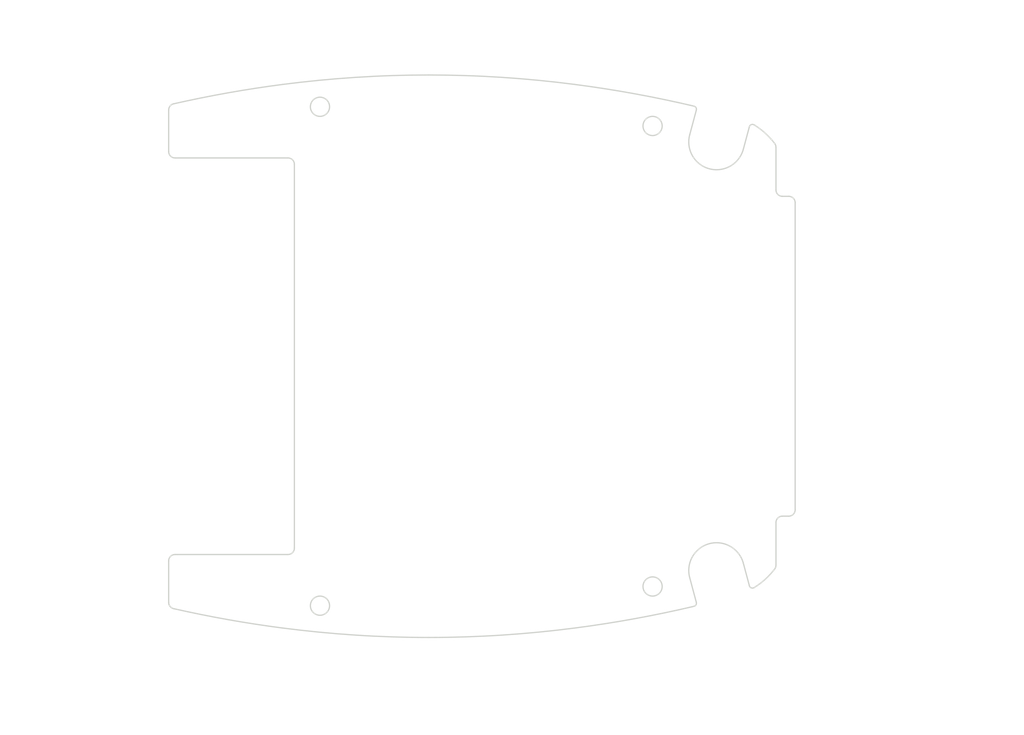
<source format=kicad_pcb>
(kicad_pcb (version 20171130) (host pcbnew "(5.1.0)-1")

  (general
    (thickness 1.6)
    (drawings 135)
    (tracks 0)
    (zones 0)
    (modules 0)
    (nets 1)
  )

  (page A4)
  (layers
    (0 F.Cu signal)
    (31 B.Cu signal)
    (32 B.Adhes user)
    (33 F.Adhes user)
    (34 B.Paste user)
    (35 F.Paste user)
    (36 B.SilkS user)
    (37 F.SilkS user)
    (38 B.Mask user)
    (39 F.Mask user)
    (40 Dwgs.User user)
    (41 Cmts.User user)
    (42 Eco1.User user)
    (43 Eco2.User user)
    (44 Edge.Cuts user)
    (45 Margin user)
    (46 B.CrtYd user)
    (47 F.CrtYd user)
    (48 B.Fab user)
    (49 F.Fab user)
  )

  (setup
    (last_trace_width 0.25)
    (trace_clearance 0.2)
    (zone_clearance 0.508)
    (zone_45_only no)
    (trace_min 0.2)
    (via_size 0.8)
    (via_drill 0.4)
    (via_min_size 0.4)
    (via_min_drill 0.3)
    (uvia_size 0.3)
    (uvia_drill 0.1)
    (uvias_allowed no)
    (uvia_min_size 0.2)
    (uvia_min_drill 0.1)
    (edge_width 0.05)
    (segment_width 0.2)
    (pcb_text_width 0.3)
    (pcb_text_size 1.5 1.5)
    (mod_edge_width 0.12)
    (mod_text_size 1 1)
    (mod_text_width 0.15)
    (pad_size 1.524 1.524)
    (pad_drill 0.762)
    (pad_to_mask_clearance 0.051)
    (solder_mask_min_width 0.25)
    (aux_axis_origin 0 0)
    (visible_elements FFFFFF7F)
    (pcbplotparams
      (layerselection 0x010fc_ffffffff)
      (usegerberextensions false)
      (usegerberattributes false)
      (usegerberadvancedattributes false)
      (creategerberjobfile false)
      (excludeedgelayer true)
      (linewidth 0.152400)
      (plotframeref false)
      (viasonmask false)
      (mode 1)
      (useauxorigin false)
      (hpglpennumber 1)
      (hpglpenspeed 20)
      (hpglpendiameter 15.000000)
      (psnegative false)
      (psa4output false)
      (plotreference true)
      (plotvalue true)
      (plotinvisibletext false)
      (padsonsilk false)
      (subtractmaskfromsilk false)
      (outputformat 1)
      (mirror false)
      (drillshape 1)
      (scaleselection 1)
      (outputdirectory ""))
  )

  (net 0 "")

  (net_class Default "This is the default net class."
    (clearance 0.2)
    (trace_width 0.25)
    (via_dia 0.8)
    (via_drill 0.4)
    (uvia_dia 0.3)
    (uvia_drill 0.1)
  )

  (gr_line (start 200.570953 72.430879) (end 201.570953 72.430879) (layer Edge.Cuts) (width 0.2))
  (gr_line (start 202.570953 73.430879) (end 202.570953 121.430879) (layer Edge.Cuts) (width 0.2))
  (gr_line (start 201.570953 122.430879) (end 200.570953 122.430879) (layer Edge.Cuts) (width 0.2))
  (gr_curve (pts (xy 199.518811 64.454035) (xy 199.553342 64.556738) (xy 199.570953 64.664374) (xy 199.570953 64.772727)) (layer Edge.Cuts) (width 0.2))
  (gr_curve (pts (xy 199.367825 64.168578) (xy 199.433286 64.254921) (xy 199.48428 64.351333) (xy 199.518811 64.454035)) (layer Edge.Cuts) (width 0.2))
  (gr_arc (start 200.570953 71.430879) (end 199.570953 71.430879) (angle -90) (layer Edge.Cuts) (width 0.2))
  (gr_arc (start 201.570953 73.430879) (end 202.570953 73.430879) (angle -90) (layer Edge.Cuts) (width 0.2))
  (gr_arc (start 201.570953 121.430879) (end 201.570953 122.430879) (angle -90) (layer Edge.Cuts) (width 0.2))
  (gr_arc (start 200.570953 123.430879) (end 200.570953 122.430879) (angle -90) (layer Edge.Cuts) (width 0.2))
  (gr_curve (pts (xy 199.518811 130.407724) (xy 199.48428 130.510427) (xy 199.433285 130.606839) (xy 199.367824 130.693182)) (layer Edge.Cuts) (width 0.2))
  (gr_curve (pts (xy 199.570953 130.089032) (xy 199.570953 130.197385) (xy 199.553342 130.305021) (xy 199.518811 130.407724)) (layer Edge.Cuts) (width 0.2))
  (gr_curve (pts (xy 122.435424 54.938238) (xy 130.01884 53.956726) (xy 137.633081 53.459794) (xy 145.279226 53.459794)) (layer Edge.Cuts) (width 0.2))
  (gr_curve (pts (xy 105.400543 57.964618) (xy 111.028534 56.693415) (xy 116.706949 55.679668) (xy 122.435424 54.938238)) (layer Edge.Cuts) (width 0.2))
  (gr_curve (pts (xy 168.123028 54.938238) (xy 174.392476 55.749685) (xy 180.601964 56.887311) (xy 186.751011 58.331635)) (layer Edge.Cuts) (width 0.2))
  (gr_curve (pts (xy 145.279226 53.459794) (xy 152.92537 53.459794) (xy 160.539611 53.956726) (xy 168.123028 54.938238)) (layer Edge.Cuts) (width 0.2))
  (gr_arc (start 186.63668 58.818388) (end 187.119643 58.947797) (angle -91.78164751) (layer Edge.Cuts) (width 0.2))
  (gr_line (start 186.085524 62.807181) (end 187.119643 58.947797) (layer Edge.Cuts) (width 0.2))
  (gr_arc (start 190.279226 63.930879) (end 186.085524 62.807181) (angle -180) (layer Edge.Cuts) (width 0.2))
  (gr_line (start 195.410774 61.554484) (end 194.472927 65.054578) (layer Edge.Cuts) (width 0.2))
  (gr_arc (start 195.893737 61.683894) (end 196.155199 61.257704) (angle -106.5285497) (layer Edge.Cuts) (width 0.2))
  (gr_curve (pts (xy 198.856559 63.540519) (xy 199.034413 63.744208) (xy 199.204914 63.953699) (xy 199.367825 64.168578)) (layer Edge.Cuts) (width 0.2))
  (gr_curve (pts (xy 196.237322 61.308552) (xy 197.215426 61.919744) (xy 198.097997 62.67177) (xy 198.856559 63.540519)) (layer Edge.Cuts) (width 0.2))
  (gr_curve (pts (xy 196.155199 61.257704) (xy 196.182639 61.274538) (xy 196.210013 61.291487) (xy 196.237322 61.308552)) (layer Edge.Cuts) (width 0.2))
  (gr_line (start 199.570953 71.430879) (end 199.570953 64.772727) (layer Edge.Cuts) (width 0.2))
  (gr_line (start 199.570953 130.089032) (end 199.570953 123.430879) (layer Edge.Cuts) (width 0.2))
  (gr_curve (pts (xy 197.159826 132.913418) (xy 196.836544 133.161351) (xy 196.501178 133.391801) (xy 196.155197 133.604054)) (layer Edge.Cuts) (width 0.2))
  (gr_curve (pts (xy 199.367824 130.693182) (xy 198.734688 131.528285) (xy 197.992167 132.275074) (xy 197.159826 132.913418)) (layer Edge.Cuts) (width 0.2))
  (gr_arc (start 195.893737 133.177863) (end 195.410774 133.307273) (angle -106.5283533) (layer Edge.Cuts) (width 0.2))
  (gr_line (start 194.472927 129.807181) (end 195.410774 133.307273) (layer Edge.Cuts) (width 0.2))
  (gr_arc (start 190.279226 130.930879) (end 194.472927 129.807181) (angle -180) (layer Edge.Cuts) (width 0.2))
  (gr_line (start 187.119643 135.913962) (end 186.085524 132.054578) (layer Edge.Cuts) (width 0.2))
  (gr_arc (start 186.63668 136.043371) (end 186.751011 136.530124) (angle -91.78164751) (layer Edge.Cuts) (width 0.2))
  (gr_curve (pts (xy 168.123028 139.92352) (xy 160.539611 140.905033) (xy 152.92537 141.401965) (xy 145.279226 141.401965)) (layer Edge.Cuts) (width 0.2))
  (gr_curve (pts (xy 186.751011 136.530124) (xy 180.601964 137.974448) (xy 174.392476 139.112074) (xy 168.123028 139.92352)) (layer Edge.Cuts) (width 0.2))
  (gr_curve (pts (xy 122.435424 139.92352) (xy 116.706949 139.182091) (xy 111.028534 138.168344) (xy 105.400543 136.897141)) (layer Edge.Cuts) (width 0.2))
  (gr_curve (pts (xy 145.279226 141.401965) (xy 137.633081 141.401965) (xy 130.01884 140.905033) (xy 122.435424 139.92352)) (layer Edge.Cuts) (width 0.2))
  (gr_circle (center 180.279226 61.430879) (end 181.779226 61.430879) (layer Edge.Cuts) (width 0.2))
  (gr_circle (center 180.279226 133.430879) (end 181.779226 133.430879) (layer Edge.Cuts) (width 0.2))
  (gr_circle (center 128.279226 136.430879) (end 129.779226 136.430879) (layer Edge.Cuts) (width 0.2))
  (gr_circle (center 128.279226 58.430879) (end 129.779226 58.430879) (layer Edge.Cuts) (width 0.2))
  (gr_line (start 123.279226 128.430879) (end 105.620865 128.430879) (layer Edge.Cuts) (width 0.2))
  (gr_line (start 124.279226 67.430879) (end 124.279226 127.430879) (layer Edge.Cuts) (width 0.2))
  (gr_line (start 105.620865 66.430879) (end 123.279226 66.430879) (layer Edge.Cuts) (width 0.2))
  (gr_line (start 104.620865 58.940045) (end 104.620865 65.430879) (layer Edge.Cuts) (width 0.2))
  (gr_line (start 104.620865 129.430879) (end 104.620865 135.921714) (layer Edge.Cuts) (width 0.2))
  (gr_arc (start 105.620865 129.430879) (end 105.620865 128.430879) (angle -90) (layer Edge.Cuts) (width 0.2))
  (gr_arc (start 123.279226 127.430879) (end 123.279226 128.430879) (angle -90) (layer Edge.Cuts) (width 0.2))
  (gr_arc (start 123.279226 67.430879) (end 124.279226 67.430879) (angle -90) (layer Edge.Cuts) (width 0.2))
  (gr_arc (start 105.620865 65.430879) (end 104.620865 65.430879) (angle -90) (layer Edge.Cuts) (width 0.2))
  (gr_curve (pts (xy 105.135263 58.065865) (xy 105.218423 58.01967) (xy 105.307751 57.985577) (xy 105.400543 57.964618)) (layer Edge.Cuts) (width 0.2))
  (gr_curve (pts (xy 104.909134 58.237593) (xy 104.975958 58.169886) (xy 105.052102 58.11206) (xy 105.135263 58.065865)) (layer Edge.Cuts) (width 0.2))
  (gr_curve (pts (xy 104.695735 58.560395) (xy 104.745171 58.439929) (xy 104.817664 58.330271) (xy 104.909134 58.237593)) (layer Edge.Cuts) (width 0.2))
  (gr_curve (pts (xy 104.620865 58.940045) (xy 104.620865 58.80983) (xy 104.646299 58.68086) (xy 104.695735 58.560395)) (layer Edge.Cuts) (width 0.2))
  (gr_curve (pts (xy 104.661177 136.202783) (xy 104.634439 136.111488) (xy 104.620865 136.016844) (xy 104.620865 135.921714)) (layer Edge.Cuts) (width 0.2))
  (gr_curve (pts (xy 104.778864 136.461191) (xy 104.727544 136.381092) (xy 104.687915 136.294078) (xy 104.661177 136.202783)) (layer Edge.Cuts) (width 0.2))
  (gr_curve (pts (xy 105.046718 136.740466) (xy 104.940104 136.665704) (xy 104.849112 136.570832) (xy 104.778864 136.461191)) (layer Edge.Cuts) (width 0.2))
  (gr_curve (pts (xy 105.400543 136.897141) (xy 105.273528 136.868452) (xy 105.153331 136.815228) (xy 105.046718 136.740466)) (layer Edge.Cuts) (width 0.2))
  (gr_text [3.86] (at 153.595909 155.265031) (layer Dwgs.User)
    (effects (font (size 1.7 1.53) (thickness 0.2125)))
  )
  (gr_text " 97.95" (at 153.595909 151.707596) (layer Dwgs.User)
    (effects (font (size 1.7 1.53) (thickness 0.2125)))
  )
  (gr_line (start 200.570953 153.37557) (end 157.649797 153.37557) (layer Dwgs.User) (width 0.2))
  (gr_line (start 106.620865 153.37557) (end 149.542021 153.37557) (layer Dwgs.User) (width 0.2))
  (gr_line (start 202.570953 122.430879) (end 202.570953 156.55057) (layer Dwgs.User) (width 0.2))
  (gr_line (start 104.620865 136.921714) (end 104.620865 156.55057) (layer Dwgs.User) (width 0.2))
  (gr_text [1.97] (at 211.712183 99.320341) (layer Dwgs.User)
    (effects (font (size 1.7 1.53) (thickness 0.2125)))
  )
  (gr_text " 50.00" (at 211.712183 95.762905) (layer Dwgs.User)
    (effects (font (size 1.7 1.53) (thickness 0.2125)))
  )
  (gr_line (start 211.712183 74.430879) (end 211.712183 93.873444) (layer Dwgs.User) (width 0.2))
  (gr_line (start 211.712183 120.430879) (end 211.712183 100.988315) (layer Dwgs.User) (width 0.2))
  (gr_line (start 202.570953 72.430879) (end 214.887183 72.430879) (layer Dwgs.User) (width 0.2))
  (gr_line (start 202.570953 122.430879) (end 214.887183 122.430879) (layer Dwgs.User) (width 0.2))
  (gr_text [.12] (at 209.955162 70.156536) (layer Dwgs.User)
    (effects (font (size 1.7 1.53) (thickness 0.2125)))
  )
  (gr_text " 3.00" (at 209.955162 66.598521) (layer Dwgs.User)
    (effects (font (size 1.7 1.53) (thickness 0.2125)))
  )
  (gr_line (start 204.570953 68.267075) (end 206.570953 68.267075) (layer Dwgs.User) (width 0.2))
  (gr_line (start 197.570953 68.267075) (end 195.570953 68.267075) (layer Dwgs.User) (width 0.2))
  (gr_line (start 202.570953 72.430879) (end 202.570953 65.092075) (layer Dwgs.User) (width 0.2))
  (gr_text [.58] (at 221.720623 121.927513) (layer Dwgs.User)
    (effects (font (size 1.7 1.53) (thickness 0.2125)))
  )
  (gr_text " 14.81" (at 221.720623 118.370078) (layer Dwgs.User)
    (effects (font (size 1.7 1.53) (thickness 0.2125)))
  )
  (gr_line (start 215.837199 120.038052) (end 217.837199 120.038052) (layer Dwgs.User) (width 0.2))
  (gr_line (start 215.837199 126.58924) (end 215.837199 120.038052) (layer Dwgs.User) (width 0.2))
  (gr_line (start 215.837199 139.401965) (end 215.837199 128.58924) (layer Dwgs.User) (width 0.2))
  (gr_line (start 146.279226 141.401965) (end 219.012199 141.401965) (layer Dwgs.User) (width 0.2))
  (gr_line (start 191.279226 126.58924) (end 219.012199 126.58924) (layer Dwgs.User) (width 0.2))
  (gr_text [3.46] (at 234.336178 112.537472) (layer Dwgs.User)
    (effects (font (size 1.7 1.53) (thickness 0.2125)))
  )
  (gr_text " 87.94" (at 234.336178 108.980037) (layer Dwgs.User)
    (effects (font (size 1.7 1.53) (thickness 0.2125)))
  )
  (gr_line (start 234.336178 55.459794) (end 234.336178 107.090576) (layer Dwgs.User) (width 0.2))
  (gr_line (start 234.336178 139.401965) (end 234.336178 114.205446) (layer Dwgs.User) (width 0.2))
  (gr_line (start 146.279226 53.459794) (end 237.511178 53.459794) (layer Dwgs.User) (width 0.2))
  (gr_line (start 146.279226 141.401965) (end 237.511178 141.401965) (layer Dwgs.User) (width 0.2))
  (gr_text [3.07] (at 82.279226 99.320341) (layer Dwgs.User)
    (effects (font (size 1.7 1.53) (thickness 0.2125)))
  )
  (gr_text " 78.00" (at 82.279226 95.762905) (layer Dwgs.User)
    (effects (font (size 1.7 1.53) (thickness 0.2125)))
  )
  (gr_line (start 82.279226 60.430879) (end 82.279226 93.873444) (layer Dwgs.User) (width 0.2))
  (gr_line (start 82.279226 134.430879) (end 82.279226 100.988315) (layer Dwgs.User) (width 0.2))
  (gr_line (start 127.279226 58.430879) (end 79.104226 58.430879) (layer Dwgs.User) (width 0.2))
  (gr_line (start 127.279226 136.430879) (end 79.104226 136.430879) (layer Dwgs.User) (width 0.2))
  (gr_text [2.83] (at 228.581714 99.320341) (layer Dwgs.User)
    (effects (font (size 1.7 1.53) (thickness 0.2125)))
  )
  (gr_text " 72.00" (at 228.581714 95.762905) (layer Dwgs.User)
    (effects (font (size 1.7 1.53) (thickness 0.2125)))
  )
  (gr_line (start 228.581714 131.430879) (end 228.581714 100.988315) (layer Dwgs.User) (width 0.2))
  (gr_line (start 228.581714 63.430879) (end 228.581714 93.873444) (layer Dwgs.User) (width 0.2))
  (gr_line (start 181.279226 133.430879) (end 231.756714 133.430879) (layer Dwgs.User) (width 0.2))
  (gr_line (start 181.279226 61.430879) (end 231.756714 61.430879) (layer Dwgs.User) (width 0.2))
  (gr_text [2.05] (at 154.279226 46.958485) (layer Dwgs.User)
    (effects (font (size 1.7 1.53) (thickness 0.2125)))
  )
  (gr_text " 52.00" (at 154.279226 43.40105) (layer Dwgs.User)
    (effects (font (size 1.7 1.53) (thickness 0.2125)))
  )
  (gr_line (start 178.279226 45.069024) (end 158.323837 45.069024) (layer Dwgs.User) (width 0.2))
  (gr_line (start 130.279226 45.069024) (end 150.234614 45.069024) (layer Dwgs.User) (width 0.2))
  (gr_line (start 180.279226 60.430879) (end 180.279226 41.894024) (layer Dwgs.User) (width 0.2))
  (gr_line (start 128.279226 57.430879) (end 128.279226 41.894024) (layer Dwgs.User) (width 0.2))
  (gr_text [.93] (at 116.450045 46.900668) (layer Dwgs.User)
    (effects (font (size 1.7 1.53) (thickness 0.2125)))
  )
  (gr_text " 23.66" (at 116.450045 43.342653) (layer Dwgs.User)
    (effects (font (size 1.7 1.53) (thickness 0.2125)))
  )
  (gr_line (start 126.279226 45.011207) (end 120.496976 45.011207) (layer Dwgs.User) (width 0.2))
  (gr_line (start 106.620865 45.011207) (end 112.403115 45.011207) (layer Dwgs.User) (width 0.2))
  (gr_line (start 128.279226 57.430879) (end 128.279226 41.836207) (layer Dwgs.User) (width 0.2))
  (gr_line (start 104.620865 57.940045) (end 104.620865 41.836207) (layer Dwgs.User) (width 0.2))
  (gr_text [R7.11] (at 114.715846 149.515838) (layer Dwgs.User)
    (effects (font (size 1.7 1.53) (thickness 0.2125)))
  )
  (gr_text " R180.60" (at 114.715846 145.958403) (layer Dwgs.User)
    (effects (font (size 1.7 1.53) (thickness 0.2125)))
  )
  (gr_line (start 122.278397 147.626377) (end 122.976182 142.009249) (layer Dwgs.User) (width 0.2))
  (gr_line (start 120.278397 147.626377) (end 122.278397 147.626377) (layer Dwgs.User) (width 0.2))
  (gr_line (start 128.279226 58.520879) (end 128.279226 58.340879) (layer Dwgs.User) (width 0.2))
  (gr_line (start 128.189226 58.430879) (end 128.369226 58.430879) (layer Dwgs.User) (width 0.2))
  (gr_text " ∅3.00\n[∅0.12]" (at 140.921382 61.362517) (layer Dwgs.User)
    (effects (font (size 1.7 1.53) (thickness 0.2125)))
  )
  (gr_line (start 134.384513 61.362517) (end 131.434335 59.9459) (layer Dwgs.User) (width 0.2))
  (gr_line (start 136.384513 61.362517) (end 134.384513 61.362517) (layer Dwgs.User) (width 0.2))
  (gr_text [2.44] (at 91.420172 99.320341) (layer Dwgs.User)
    (effects (font (size 1.7 1.53) (thickness 0.2125)))
  )
  (gr_text " 62.00" (at 91.420172 95.762905) (layer Dwgs.User)
    (effects (font (size 1.7 1.53) (thickness 0.2125)))
  )
  (gr_line (start 91.420172 126.430879) (end 91.420172 100.988315) (layer Dwgs.User) (width 0.2))
  (gr_line (start 91.420172 68.430879) (end 91.420172 93.873444) (layer Dwgs.User) (width 0.2))
  (gr_line (start 104.620865 128.430879) (end 88.245172 128.430879) (layer Dwgs.User) (width 0.2))
  (gr_line (start 104.620865 66.430879) (end 88.245172 66.430879) (layer Dwgs.User) (width 0.2))
  (gr_text [.77] (at 114.450045 76.412846) (layer Dwgs.User)
    (effects (font (size 1.7 1.53) (thickness 0.2125)))
  )
  (gr_text " 19.66" (at 114.450045 72.858889) (layer Dwgs.User)
    (effects (font (size 1.7 1.53) (thickness 0.2125)))
  )
  (gr_line (start 106.620865 74.526864) (end 110.403115 74.526864) (layer Dwgs.User) (width 0.2))
  (gr_line (start 122.279226 74.526864) (end 118.496976 74.526864) (layer Dwgs.User) (width 0.2))
  (gr_line (start 104.620865 66.430879) (end 104.620865 77.701864) (layer Dwgs.User) (width 0.2))
  (gr_text [R0.17] (at 176.567387 125.077408) (layer Dwgs.User)
    (effects (font (size 1.7 1.53) (thickness 0.2125)))
  )
  (gr_text " R4.34" (at 176.567387 121.519393) (layer Dwgs.User)
    (effects (font (size 1.7 1.53) (thickness 0.2125)))
  )
  (gr_line (start 183.038158 123.187946) (end 185.94763 126.299069) (layer Dwgs.User) (width 0.2))
  (gr_line (start 181.038158 123.187946) (end 183.038158 123.187946) (layer Dwgs.User) (width 0.2))

)

</source>
